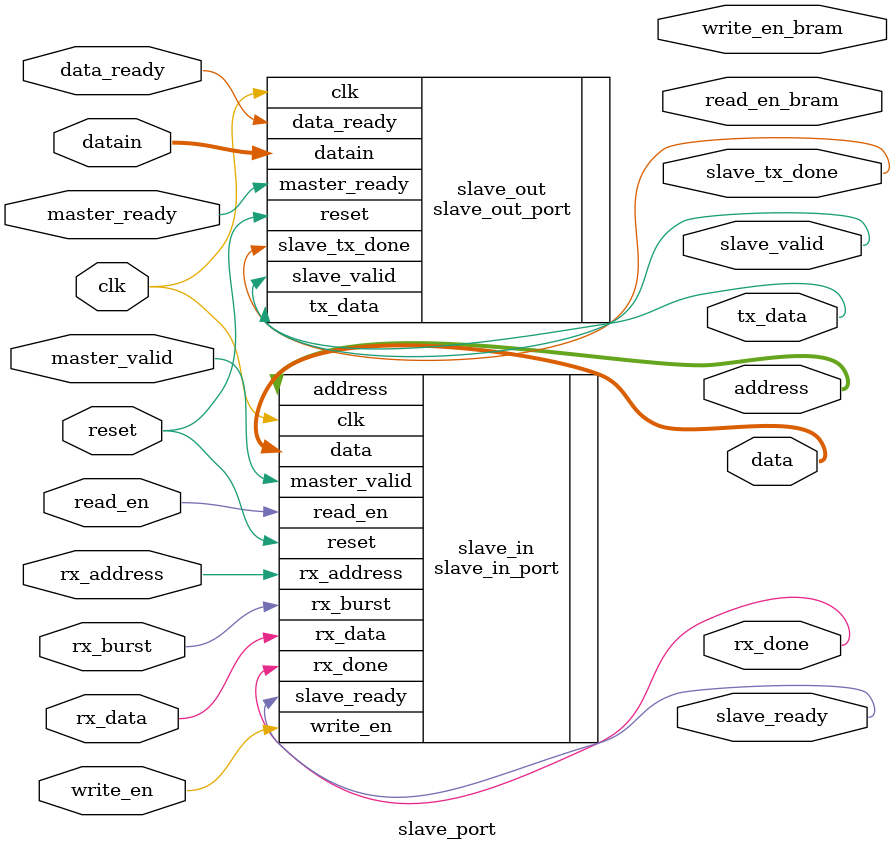
<source format=v>
module slave_port(
    input clk, 
    input reset,
    
	input read_en,
	input write_en,

	input master_ready,
	input master_valid,
	
	output slave_valid,
	output slave_ready,

	input rx_address,
	input rx_data,
	input rx_burst,

	output slave_tx_done,
	output rx_done,
	output tx_data,

	input data_ready,
	input [7:0]datain,
	output [11:0]address, 
	output [7:0]data,
	output read_en_bram,
	output write_en_bram
	);



	slave_in_port slave_in(
		.clk(clk), 
		.reset(reset),
		.rx_address(rx_address),  // rx_address bring address to module seraliy
		.rx_data(rx_data),  // rx_data bring data to module seraliy
		.master_valid(master_valid), // check validity of master
		.read_en(read_en),
		.write_en(write_en),
		.rx_burst(rx_burst),

		.slave_ready(slave_ready),
		.rx_done(rx_done), // need to check

		.address(address), // output to the module
		.data(data) // output to the module
	);

	slave_out_port slave_out(
		.clk(clk), 
		.reset(reset),
		.master_ready(master_ready),
		.datain(datain),
		.data_ready(data_ready),
		
		.slave_tx_done(slave_tx_done),
		.slave_valid(slave_valid),
		.tx_data(tx_data)
		
	);

    

endmodule
</source>
